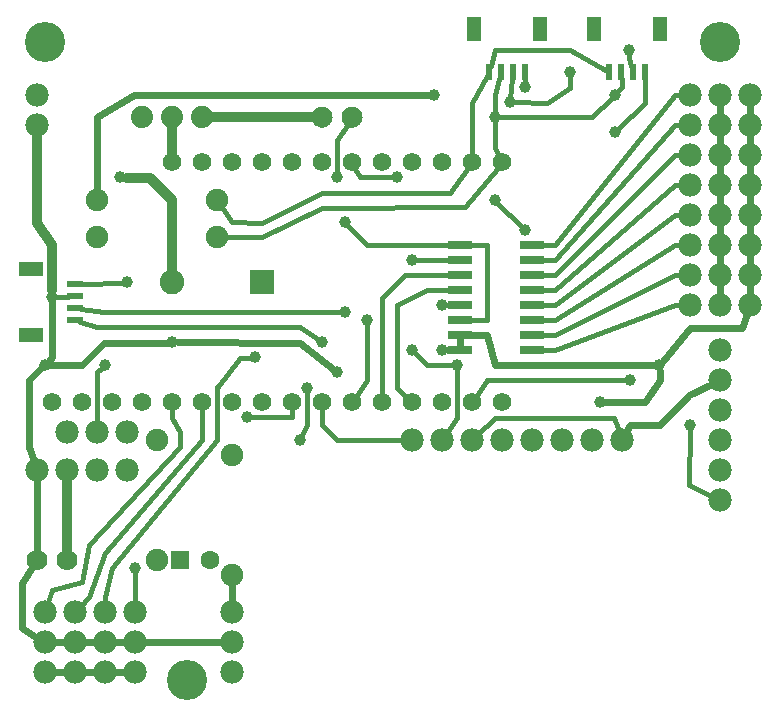
<source format=gtl>
G04 MADE WITH FRITZING*
G04 WWW.FRITZING.ORG*
G04 DOUBLE SIDED*
G04 HOLES PLATED*
G04 CONTOUR ON CENTER OF CONTOUR VECTOR*
%ASAXBY*%
%FSLAX23Y23*%
%MOIN*%
%OFA0B0*%
%SFA1.0B1.0*%
%ADD10C,0.039370*%
%ADD11C,0.078000*%
%ADD12C,0.062000*%
%ADD13C,0.075000*%
%ADD14C,0.133858*%
%ADD15C,0.070000*%
%ADD16C,0.062992*%
%ADD17C,0.074000*%
%ADD18C,0.082000*%
%ADD19R,0.078740X0.047244*%
%ADD20R,0.053150X0.023622*%
%ADD21R,0.047244X0.078740*%
%ADD22R,0.023622X0.053150*%
%ADD23R,0.080000X0.026000*%
%ADD24R,0.062992X0.062992*%
%ADD25R,0.082000X0.082000*%
%ADD26C,0.016000*%
%ADD27C,0.024000*%
%ADD28C,0.032000*%
%ADD29R,0.001000X0.001000*%
%LNCOPPER1*%
G90*
G70*
G54D10*
X531Y1225D03*
X1106Y1325D03*
X1331Y1200D03*
X1031Y1225D03*
X2006Y1925D03*
X1405Y2049D03*
X1656Y2025D03*
X1706Y2075D03*
X780Y975D03*
G54D11*
X381Y925D03*
X281Y925D03*
X181Y925D03*
X81Y1950D03*
X81Y2050D03*
G54D10*
X306Y1149D03*
X1331Y1500D03*
X1281Y1775D03*
X806Y1175D03*
X106Y1150D03*
X381Y1425D03*
G54D12*
X1631Y1025D03*
X1531Y1025D03*
X1431Y1025D03*
X1331Y1025D03*
X1231Y1025D03*
X1131Y1025D03*
X1031Y1025D03*
X931Y1025D03*
X831Y1025D03*
X731Y1025D03*
X631Y1025D03*
X531Y1025D03*
X431Y1025D03*
X331Y1025D03*
X231Y1025D03*
X131Y1025D03*
X531Y1825D03*
X631Y1825D03*
X731Y1825D03*
X831Y1825D03*
X931Y1825D03*
X1031Y1825D03*
X1131Y1825D03*
X1231Y1825D03*
X1331Y1825D03*
X1431Y1825D03*
X1531Y1825D03*
X1631Y1825D03*
G54D10*
X1481Y1150D03*
X2055Y2199D03*
X2006Y2050D03*
X1180Y1299D03*
X982Y1073D03*
X956Y899D03*
X406Y474D03*
G54D11*
X2356Y1350D03*
X2356Y1450D03*
X2356Y1550D03*
X2356Y1650D03*
X2356Y1750D03*
X2356Y1850D03*
X2356Y1950D03*
X2356Y2050D03*
X2456Y1350D03*
X2456Y1450D03*
X2456Y1550D03*
X2456Y1650D03*
X2456Y1750D03*
X2456Y1850D03*
X2456Y1950D03*
X2456Y2050D03*
G54D10*
X1856Y2125D03*
X1606Y1975D03*
X1431Y1350D03*
X1431Y1199D03*
X1081Y1125D03*
G54D11*
X2256Y1350D03*
X2256Y1450D03*
X2256Y1550D03*
X2256Y1650D03*
X2256Y1750D03*
X2256Y1850D03*
X2256Y1950D03*
X2256Y2050D03*
G54D13*
X481Y900D03*
X481Y500D03*
G54D14*
X2356Y2225D03*
G54D11*
X2031Y900D03*
X1931Y900D03*
X1831Y900D03*
X1731Y900D03*
X1631Y900D03*
X1531Y900D03*
X1431Y900D03*
X1331Y900D03*
G54D10*
X1081Y1775D03*
G54D15*
X181Y500D03*
X81Y500D03*
G54D16*
X557Y500D03*
X656Y500D03*
G54D14*
X106Y2225D03*
G54D10*
X2056Y1100D03*
X1106Y1625D03*
G54D11*
X106Y225D03*
X206Y225D03*
X306Y225D03*
X406Y225D03*
G54D13*
X731Y450D03*
X731Y850D03*
G54D17*
X431Y1975D03*
X531Y1975D03*
X631Y1975D03*
X431Y1975D03*
X531Y1975D03*
X631Y1975D03*
G54D10*
X2256Y950D03*
G54D11*
X106Y125D03*
X206Y125D03*
X306Y125D03*
X406Y125D03*
G54D13*
X281Y1575D03*
X681Y1575D03*
G54D11*
X731Y125D03*
X731Y225D03*
X731Y325D03*
G54D10*
X2155Y1149D03*
G54D11*
X106Y325D03*
X206Y325D03*
X306Y325D03*
X406Y325D03*
G54D14*
X581Y100D03*
G54D10*
X1956Y1025D03*
G54D13*
X281Y1700D03*
X681Y1700D03*
G54D11*
X81Y800D03*
X181Y800D03*
X281Y800D03*
X381Y800D03*
G54D10*
X1706Y1600D03*
G54D11*
X2356Y700D03*
X2356Y800D03*
X2356Y900D03*
X2356Y1000D03*
X2356Y1100D03*
X2356Y1200D03*
G54D10*
X1606Y1699D03*
G54D15*
X1031Y1975D03*
X1131Y1975D03*
G54D18*
X829Y1425D03*
X531Y1425D03*
G54D10*
X131Y1375D03*
X356Y1775D03*
G54D19*
X61Y1469D03*
X61Y1248D03*
G54D20*
X206Y1418D03*
X206Y1378D03*
X206Y1339D03*
X206Y1300D03*
G54D21*
X2157Y2269D03*
X1937Y2269D03*
G54D22*
X2106Y2125D03*
X2066Y2125D03*
X2027Y2125D03*
X1988Y2125D03*
G54D21*
X1757Y2269D03*
X1537Y2269D03*
G54D22*
X1706Y2125D03*
X1666Y2125D03*
X1627Y2125D03*
X1588Y2125D03*
G54D23*
X1731Y1450D03*
G54D24*
X557Y500D03*
G54D25*
X830Y1425D03*
G54D26*
X1381Y1150D02*
X1468Y1150D01*
D02*
X1340Y1191D02*
X1381Y1150D01*
D02*
X227Y1336D02*
X305Y1325D01*
D02*
X305Y1325D02*
X1092Y1325D01*
D02*
X1020Y1232D02*
X956Y1275D01*
D02*
X281Y1275D02*
X225Y1293D01*
D02*
X956Y1275D02*
X281Y1275D01*
D02*
X2062Y2146D02*
X2055Y2174D01*
D02*
X2055Y2174D02*
X2055Y2186D01*
D02*
X2106Y2104D02*
X2107Y2024D01*
D02*
X2107Y2024D02*
X2016Y1935D01*
D02*
X1606Y2200D02*
X1593Y2146D01*
D02*
X1531Y1848D02*
X1530Y2024D01*
D02*
X1606Y1961D02*
X1606Y1874D01*
D02*
X1606Y1874D02*
X1620Y1845D01*
D02*
X1856Y2200D02*
X1606Y2200D01*
D02*
X1981Y2128D02*
X1856Y2200D01*
D02*
X1856Y2074D02*
X1780Y2024D01*
D02*
X1706Y2104D02*
X1706Y2088D01*
D02*
X1780Y2024D02*
X1669Y2025D01*
D02*
X1856Y2111D02*
X1856Y2074D01*
D02*
X1657Y2038D02*
X1664Y2104D01*
G54D27*
D02*
X280Y1975D02*
X405Y2049D01*
D02*
X405Y2049D02*
X1386Y2049D01*
D02*
X281Y1728D02*
X280Y1975D01*
G54D26*
D02*
X1931Y1975D02*
X1996Y2040D01*
D02*
X1619Y1975D02*
X1931Y1975D01*
D02*
X931Y975D02*
X931Y1001D01*
D02*
X794Y975D02*
X931Y975D01*
D02*
X281Y1125D02*
X281Y949D01*
D02*
X296Y1140D02*
X281Y1125D01*
D02*
X1344Y1500D02*
X1454Y1500D01*
D02*
X306Y375D02*
X331Y474D01*
D02*
X331Y474D02*
X681Y899D01*
D02*
X756Y1174D02*
X792Y1174D01*
D02*
X680Y1074D02*
X756Y1174D01*
D02*
X681Y899D02*
X680Y1075D01*
D02*
X306Y349D02*
X306Y375D01*
D02*
X1156Y1775D02*
X1267Y1775D01*
D02*
X1141Y1804D02*
X1156Y1775D01*
D02*
X227Y1418D02*
X367Y1424D01*
D02*
X1481Y1136D02*
X1481Y974D01*
D02*
X1615Y1690D02*
X1697Y1609D01*
G54D27*
D02*
X2106Y1025D02*
X2156Y1099D01*
G54D26*
D02*
X2005Y974D02*
X2023Y923D01*
D02*
X1606Y974D02*
X2005Y974D01*
D02*
X1548Y917D02*
X1606Y974D01*
G54D27*
D02*
X2156Y1099D02*
X2156Y1130D01*
D02*
X1975Y1025D02*
X2106Y1025D01*
D02*
X2156Y949D02*
X2056Y949D01*
D02*
X2329Y1086D02*
X2255Y1050D01*
D02*
X2255Y1050D02*
X2156Y949D01*
D02*
X55Y875D02*
X71Y828D01*
G54D28*
D02*
X181Y531D02*
X181Y764D01*
G54D26*
D02*
X1481Y974D02*
X1445Y920D01*
G54D27*
D02*
X2056Y949D02*
X2044Y926D01*
D02*
X231Y1149D02*
X125Y1150D01*
D02*
X305Y1224D02*
X231Y1149D01*
D02*
X512Y1224D02*
X305Y1224D01*
D02*
X956Y1224D02*
X550Y1225D01*
D02*
X1066Y1136D02*
X956Y1224D01*
D02*
X92Y1136D02*
X55Y1099D01*
D02*
X55Y1099D02*
X55Y875D01*
G54D26*
D02*
X406Y349D02*
X406Y461D01*
D02*
X982Y1060D02*
X981Y949D01*
D02*
X981Y949D02*
X962Y911D01*
D02*
X2255Y751D02*
X2256Y936D01*
D02*
X1081Y900D02*
X1031Y949D01*
D02*
X2334Y711D02*
X2255Y751D01*
D02*
X1306Y900D02*
X1081Y900D01*
G54D28*
D02*
X999Y1975D02*
X667Y1975D01*
G54D26*
D02*
X1454Y1350D02*
X1444Y1350D01*
G54D27*
D02*
X1454Y1199D02*
X1450Y1199D01*
D02*
X1489Y1207D02*
X1489Y1242D01*
G54D26*
D02*
X1581Y1299D02*
X1581Y1550D01*
D02*
X1523Y1299D02*
X1581Y1299D01*
D02*
X1581Y1550D02*
X1523Y1550D01*
D02*
X1581Y2114D02*
X1530Y2024D01*
D02*
X1081Y1900D02*
X1119Y1957D01*
D02*
X1081Y1788D02*
X1081Y1900D01*
D02*
X1454Y1549D02*
X1180Y1549D01*
D02*
X1180Y1549D02*
X1115Y1615D01*
D02*
X556Y925D02*
X556Y875D01*
D02*
X255Y375D02*
X306Y524D01*
D02*
X306Y524D02*
X631Y900D01*
D02*
X255Y549D02*
X230Y425D01*
D02*
X2029Y2104D02*
X2031Y2075D01*
D02*
X230Y425D02*
X131Y400D01*
D02*
X2031Y2075D02*
X2015Y2059D01*
D02*
X131Y400D02*
X114Y348D01*
D02*
X1621Y2104D02*
X1606Y2050D01*
D02*
X556Y875D02*
X255Y549D01*
D02*
X1606Y2050D02*
X1606Y1988D01*
D02*
X223Y342D02*
X255Y375D01*
D02*
X2206Y1350D02*
X2231Y1350D01*
D02*
X532Y974D02*
X556Y925D01*
D02*
X1765Y1199D02*
X1806Y1199D01*
D02*
X1806Y1199D02*
X2206Y1350D01*
G54D27*
D02*
X2431Y1274D02*
X2256Y1274D01*
G54D26*
D02*
X2042Y1100D02*
X1581Y1100D01*
G54D27*
D02*
X2256Y1274D02*
X2167Y1164D01*
D02*
X1581Y1250D02*
X1523Y1250D01*
G54D28*
D02*
X531Y1859D02*
X531Y1938D01*
G54D27*
D02*
X1607Y1149D02*
X1581Y1250D01*
G54D26*
D02*
X1180Y1286D02*
X1180Y1100D01*
G54D27*
D02*
X2447Y1321D02*
X2431Y1274D01*
G54D26*
D02*
X1030Y1674D02*
X1506Y1675D01*
G54D27*
D02*
X2136Y1149D02*
X1607Y1149D01*
G54D26*
D02*
X704Y1575D02*
X831Y1575D01*
D02*
X831Y1575D02*
X1030Y1674D01*
D02*
X2206Y1449D02*
X2231Y1449D01*
D02*
X831Y1624D02*
X1031Y1724D01*
D02*
X2206Y1550D02*
X2231Y1550D01*
D02*
X731Y1625D02*
X831Y1624D01*
D02*
X694Y1680D02*
X731Y1625D01*
D02*
X2206Y1650D02*
X2231Y1650D01*
D02*
X1031Y1724D02*
X1457Y1724D01*
D02*
X2206Y1749D02*
X2231Y1749D01*
D02*
X1280Y1350D02*
X1382Y1400D01*
D02*
X2206Y1850D02*
X2231Y1850D01*
D02*
X1382Y1400D02*
X1454Y1400D01*
D02*
X1765Y1449D02*
X1806Y1449D01*
D02*
X1232Y1374D02*
X1307Y1449D01*
D02*
X1806Y1449D02*
X2206Y1850D01*
D02*
X1307Y1449D02*
X1454Y1449D01*
D02*
X1765Y1400D02*
X1806Y1400D01*
D02*
X1806Y1400D02*
X2206Y1749D01*
D02*
X1765Y1350D02*
X1806Y1350D01*
D02*
X1806Y1350D02*
X2206Y1650D01*
D02*
X1765Y1299D02*
X1806Y1299D01*
D02*
X1806Y1299D02*
X2206Y1550D01*
D02*
X1765Y1250D02*
X1806Y1250D01*
D02*
X1806Y1250D02*
X2206Y1449D01*
D02*
X2206Y1950D02*
X2231Y1950D01*
D02*
X2206Y2049D02*
X2231Y2049D01*
D02*
X1765Y1550D02*
X1806Y1550D01*
D02*
X1806Y1550D02*
X2206Y2049D01*
D02*
X1765Y1500D02*
X1806Y1500D01*
D02*
X1806Y1500D02*
X2206Y1950D01*
G54D27*
D02*
X176Y225D02*
X136Y225D01*
D02*
X376Y125D02*
X336Y125D01*
D02*
X276Y125D02*
X236Y125D01*
D02*
X176Y125D02*
X136Y125D01*
D02*
X81Y769D02*
X80Y624D01*
D02*
X80Y624D02*
X81Y526D01*
D02*
X701Y225D02*
X436Y225D01*
D02*
X31Y424D02*
X31Y274D01*
D02*
X66Y478D02*
X31Y424D01*
D02*
X31Y274D02*
X81Y241D01*
D02*
X376Y225D02*
X336Y225D01*
D02*
X276Y225D02*
X236Y225D01*
D02*
X731Y421D02*
X731Y355D01*
D02*
X2456Y1619D02*
X2456Y1580D01*
D02*
X2456Y1519D02*
X2456Y1480D01*
D02*
X2456Y1419D02*
X2456Y1380D01*
D02*
X2356Y1619D02*
X2356Y1580D01*
D02*
X2356Y1519D02*
X2356Y1480D01*
D02*
X2356Y1380D02*
X2356Y1419D01*
D02*
X2356Y1680D02*
X2356Y1719D01*
D02*
X2356Y1780D02*
X2356Y1819D01*
D02*
X2356Y1880D02*
X2356Y1919D01*
D02*
X2356Y1980D02*
X2356Y2019D01*
D02*
X2456Y1719D02*
X2456Y1680D01*
G54D26*
D02*
X1031Y949D02*
X1031Y1001D01*
G54D27*
D02*
X2456Y1819D02*
X2456Y1780D01*
G54D26*
D02*
X1581Y1100D02*
X1544Y1044D01*
G54D27*
D02*
X2456Y1919D02*
X2456Y1880D01*
G54D26*
D02*
X1457Y1724D02*
X1517Y1806D01*
G54D27*
D02*
X2456Y1980D02*
X2456Y2019D01*
G54D26*
D02*
X1280Y1074D02*
X1280Y1350D01*
D02*
X1314Y1041D02*
X1280Y1074D01*
D02*
X531Y1001D02*
X532Y974D01*
D02*
X631Y900D02*
X631Y1001D01*
D02*
X1231Y1048D02*
X1232Y1374D01*
D02*
X1180Y1100D02*
X1144Y1044D01*
D02*
X1506Y1675D02*
X1616Y1807D01*
G54D28*
D02*
X130Y1550D02*
X81Y1624D01*
D02*
X131Y1399D02*
X130Y1550D01*
D02*
X81Y1624D02*
X81Y1914D01*
G54D26*
D02*
X185Y1377D02*
X144Y1375D01*
G54D28*
D02*
X531Y1699D02*
X531Y1462D01*
G54D27*
D02*
X119Y1163D02*
X131Y1175D01*
D02*
X131Y1175D02*
X131Y1356D01*
G54D28*
D02*
X380Y1774D02*
X456Y1774D01*
D02*
X456Y1774D02*
X531Y1699D01*
G36*
X1691Y1213D02*
X1771Y1213D01*
X1771Y1187D01*
X1691Y1187D01*
X1691Y1213D01*
G37*
D02*
G36*
X1691Y1263D02*
X1771Y1263D01*
X1771Y1237D01*
X1691Y1237D01*
X1691Y1263D01*
G37*
D02*
G36*
X1691Y1313D02*
X1771Y1313D01*
X1771Y1287D01*
X1691Y1287D01*
X1691Y1313D01*
G37*
D02*
G36*
X1691Y1363D02*
X1771Y1363D01*
X1771Y1337D01*
X1691Y1337D01*
X1691Y1363D01*
G37*
D02*
G36*
X1691Y1413D02*
X1771Y1413D01*
X1771Y1387D01*
X1691Y1387D01*
X1691Y1413D01*
G37*
D02*
G36*
X1691Y1513D02*
X1771Y1513D01*
X1771Y1487D01*
X1691Y1487D01*
X1691Y1513D01*
G37*
D02*
G36*
X1691Y1563D02*
X1771Y1563D01*
X1771Y1537D01*
X1691Y1537D01*
X1691Y1563D01*
G37*
D02*
G36*
X1449Y1563D02*
X1529Y1563D01*
X1529Y1537D01*
X1449Y1537D01*
X1449Y1563D01*
G37*
D02*
G36*
X1449Y1513D02*
X1529Y1513D01*
X1529Y1487D01*
X1449Y1487D01*
X1449Y1513D01*
G37*
D02*
G36*
X1449Y1463D02*
X1529Y1463D01*
X1529Y1437D01*
X1449Y1437D01*
X1449Y1463D01*
G37*
D02*
G36*
X1449Y1413D02*
X1529Y1413D01*
X1529Y1387D01*
X1449Y1387D01*
X1449Y1413D01*
G37*
D02*
G36*
X1449Y1363D02*
X1529Y1363D01*
X1529Y1337D01*
X1449Y1337D01*
X1449Y1363D01*
G37*
D02*
G36*
X1449Y1313D02*
X1529Y1313D01*
X1529Y1287D01*
X1449Y1287D01*
X1449Y1313D01*
G37*
D02*
G36*
X1449Y1263D02*
X1529Y1263D01*
X1529Y1237D01*
X1449Y1237D01*
X1449Y1263D01*
G37*
D02*
G36*
X1449Y1213D02*
X1529Y1213D01*
X1529Y1187D01*
X1449Y1187D01*
X1449Y1213D01*
G37*
D02*
G54D29*
X1027Y2010D02*
X1034Y2010D01*
X1127Y2010D02*
X1134Y2010D01*
X1022Y2009D02*
X1038Y2009D01*
X1122Y2009D02*
X1138Y2009D01*
X1019Y2008D02*
X1042Y2008D01*
X1119Y2008D02*
X1142Y2008D01*
X1016Y2007D02*
X1044Y2007D01*
X1116Y2007D02*
X1144Y2007D01*
X1014Y2006D02*
X1046Y2006D01*
X1114Y2006D02*
X1146Y2006D01*
X1012Y2005D02*
X1048Y2005D01*
X1112Y2005D02*
X1148Y2005D01*
X1011Y2004D02*
X1049Y2004D01*
X1111Y2004D02*
X1149Y2004D01*
X1009Y2003D02*
X1051Y2003D01*
X1109Y2003D02*
X1151Y2003D01*
X1008Y2002D02*
X1052Y2002D01*
X1108Y2002D02*
X1152Y2002D01*
X1007Y2001D02*
X1053Y2001D01*
X1107Y2001D02*
X1153Y2001D01*
X1006Y2000D02*
X1054Y2000D01*
X1106Y2000D02*
X1154Y2000D01*
X1005Y1999D02*
X1055Y1999D01*
X1105Y1999D02*
X1155Y1999D01*
X1004Y1998D02*
X1056Y1998D01*
X1104Y1998D02*
X1156Y1998D01*
X1003Y1997D02*
X1057Y1997D01*
X1103Y1997D02*
X1157Y1997D01*
X1003Y1996D02*
X1058Y1996D01*
X1103Y1996D02*
X1158Y1996D01*
X1002Y1995D02*
X1058Y1995D01*
X1102Y1995D02*
X1158Y1995D01*
X1001Y1994D02*
X1059Y1994D01*
X1101Y1994D02*
X1159Y1994D01*
X1001Y1993D02*
X1060Y1993D01*
X1101Y1993D02*
X1160Y1993D01*
X1000Y1992D02*
X1060Y1992D01*
X1100Y1992D02*
X1160Y1992D01*
X1000Y1991D02*
X1061Y1991D01*
X1100Y1991D02*
X1161Y1991D01*
X999Y1990D02*
X1026Y1990D01*
X1034Y1990D02*
X1061Y1990D01*
X1099Y1990D02*
X1126Y1990D01*
X1134Y1990D02*
X1161Y1990D01*
X999Y1989D02*
X1023Y1989D01*
X1037Y1989D02*
X1062Y1989D01*
X1099Y1989D02*
X1123Y1989D01*
X1137Y1989D02*
X1162Y1989D01*
X998Y1988D02*
X1021Y1988D01*
X1039Y1988D02*
X1062Y1988D01*
X1098Y1988D02*
X1121Y1988D01*
X1139Y1988D02*
X1162Y1988D01*
X998Y1987D02*
X1020Y1987D01*
X1040Y1987D02*
X1062Y1987D01*
X1098Y1987D02*
X1120Y1987D01*
X1140Y1987D02*
X1162Y1987D01*
X997Y1986D02*
X1019Y1986D01*
X1041Y1986D02*
X1063Y1986D01*
X1097Y1986D02*
X1119Y1986D01*
X1141Y1986D02*
X1163Y1986D01*
X997Y1985D02*
X1018Y1985D01*
X1042Y1985D02*
X1063Y1985D01*
X1097Y1985D02*
X1118Y1985D01*
X1142Y1985D02*
X1163Y1985D01*
X997Y1984D02*
X1017Y1984D01*
X1043Y1984D02*
X1063Y1984D01*
X1097Y1984D02*
X1117Y1984D01*
X1143Y1984D02*
X1163Y1984D01*
X997Y1983D02*
X1017Y1983D01*
X1044Y1983D02*
X1064Y1983D01*
X1097Y1983D02*
X1117Y1983D01*
X1144Y1983D02*
X1164Y1983D01*
X996Y1982D02*
X1016Y1982D01*
X1044Y1982D02*
X1064Y1982D01*
X1096Y1982D02*
X1116Y1982D01*
X1144Y1982D02*
X1164Y1982D01*
X996Y1981D02*
X1016Y1981D01*
X1045Y1981D02*
X1064Y1981D01*
X1096Y1981D02*
X1116Y1981D01*
X1145Y1981D02*
X1164Y1981D01*
X996Y1980D02*
X1015Y1980D01*
X1045Y1980D02*
X1064Y1980D01*
X1096Y1980D02*
X1115Y1980D01*
X1145Y1980D02*
X1164Y1980D01*
X996Y1979D02*
X1015Y1979D01*
X1045Y1979D02*
X1064Y1979D01*
X1096Y1979D02*
X1115Y1979D01*
X1145Y1979D02*
X1164Y1979D01*
X996Y1978D02*
X1015Y1978D01*
X1045Y1978D02*
X1064Y1978D01*
X1096Y1978D02*
X1115Y1978D01*
X1145Y1978D02*
X1164Y1978D01*
X996Y1977D02*
X1015Y1977D01*
X1045Y1977D02*
X1065Y1977D01*
X1096Y1977D02*
X1115Y1977D01*
X1145Y1977D02*
X1164Y1977D01*
X996Y1976D02*
X1015Y1976D01*
X1046Y1976D02*
X1065Y1976D01*
X1096Y1976D02*
X1115Y1976D01*
X1146Y1976D02*
X1165Y1976D01*
X996Y1975D02*
X1015Y1975D01*
X1046Y1975D02*
X1065Y1975D01*
X1096Y1975D02*
X1115Y1975D01*
X1146Y1975D02*
X1165Y1975D01*
X996Y1974D02*
X1015Y1974D01*
X1046Y1974D02*
X1065Y1974D01*
X1096Y1974D02*
X1115Y1974D01*
X1146Y1974D02*
X1165Y1974D01*
X996Y1973D02*
X1015Y1973D01*
X1045Y1973D02*
X1064Y1973D01*
X1096Y1973D02*
X1115Y1973D01*
X1145Y1973D02*
X1164Y1973D01*
X996Y1972D02*
X1015Y1972D01*
X1045Y1972D02*
X1064Y1972D01*
X1096Y1972D02*
X1115Y1972D01*
X1145Y1972D02*
X1164Y1972D01*
X996Y1971D02*
X1015Y1971D01*
X1045Y1971D02*
X1064Y1971D01*
X1096Y1971D02*
X1115Y1971D01*
X1145Y1971D02*
X1164Y1971D01*
X996Y1970D02*
X1015Y1970D01*
X1045Y1970D02*
X1064Y1970D01*
X1096Y1970D02*
X1115Y1970D01*
X1145Y1970D02*
X1164Y1970D01*
X996Y1969D02*
X1016Y1969D01*
X1044Y1969D02*
X1064Y1969D01*
X1096Y1969D02*
X1116Y1969D01*
X1144Y1969D02*
X1164Y1969D01*
X997Y1968D02*
X1016Y1968D01*
X1044Y1968D02*
X1064Y1968D01*
X1097Y1968D02*
X1116Y1968D01*
X1144Y1968D02*
X1164Y1968D01*
X997Y1967D02*
X1017Y1967D01*
X1043Y1967D02*
X1063Y1967D01*
X1097Y1967D02*
X1117Y1967D01*
X1143Y1967D02*
X1163Y1967D01*
X997Y1966D02*
X1018Y1966D01*
X1042Y1966D02*
X1063Y1966D01*
X1097Y1966D02*
X1118Y1966D01*
X1142Y1966D02*
X1163Y1966D01*
X997Y1965D02*
X1019Y1965D01*
X1041Y1965D02*
X1063Y1965D01*
X1097Y1965D02*
X1119Y1965D01*
X1141Y1965D02*
X1163Y1965D01*
X998Y1964D02*
X1020Y1964D01*
X1040Y1964D02*
X1063Y1964D01*
X1098Y1964D02*
X1120Y1964D01*
X1140Y1964D02*
X1162Y1964D01*
X998Y1963D02*
X1021Y1963D01*
X1039Y1963D02*
X1062Y1963D01*
X1098Y1963D02*
X1121Y1963D01*
X1139Y1963D02*
X1162Y1963D01*
X998Y1962D02*
X1023Y1962D01*
X1038Y1962D02*
X1062Y1962D01*
X1098Y1962D02*
X1123Y1962D01*
X1138Y1962D02*
X1162Y1962D01*
X999Y1961D02*
X1025Y1961D01*
X1035Y1961D02*
X1061Y1961D01*
X1099Y1961D02*
X1125Y1961D01*
X1135Y1961D02*
X1161Y1961D01*
X999Y1960D02*
X1061Y1960D01*
X1099Y1960D02*
X1161Y1960D01*
X1000Y1959D02*
X1060Y1959D01*
X1100Y1959D02*
X1160Y1959D01*
X1000Y1958D02*
X1060Y1958D01*
X1100Y1958D02*
X1160Y1958D01*
X1001Y1957D02*
X1059Y1957D01*
X1101Y1957D02*
X1159Y1957D01*
X1002Y1956D02*
X1059Y1956D01*
X1102Y1956D02*
X1159Y1956D01*
X1002Y1955D02*
X1058Y1955D01*
X1102Y1955D02*
X1158Y1955D01*
X1003Y1954D02*
X1057Y1954D01*
X1103Y1954D02*
X1157Y1954D01*
X1004Y1953D02*
X1057Y1953D01*
X1104Y1953D02*
X1156Y1953D01*
X1005Y1952D02*
X1056Y1952D01*
X1105Y1952D02*
X1156Y1952D01*
X1005Y1951D02*
X1055Y1951D01*
X1105Y1951D02*
X1155Y1951D01*
X1007Y1950D02*
X1054Y1950D01*
X1107Y1950D02*
X1154Y1950D01*
X1008Y1949D02*
X1053Y1949D01*
X1108Y1949D02*
X1153Y1949D01*
X1009Y1948D02*
X1051Y1948D01*
X1109Y1948D02*
X1151Y1948D01*
X1010Y1947D02*
X1050Y1947D01*
X1110Y1947D02*
X1150Y1947D01*
X1012Y1946D02*
X1048Y1946D01*
X1112Y1946D02*
X1148Y1946D01*
X1014Y1945D02*
X1047Y1945D01*
X1114Y1945D02*
X1147Y1945D01*
X1016Y1944D02*
X1045Y1944D01*
X1116Y1944D02*
X1145Y1944D01*
X1018Y1943D02*
X1042Y1943D01*
X1118Y1943D02*
X1142Y1943D01*
X1021Y1942D02*
X1040Y1942D01*
X1121Y1942D02*
X1140Y1942D01*
X1024Y1941D02*
X1036Y1941D01*
X1124Y1941D02*
X1136Y1941D01*
D02*
G04 End of Copper1*
M02*
</source>
